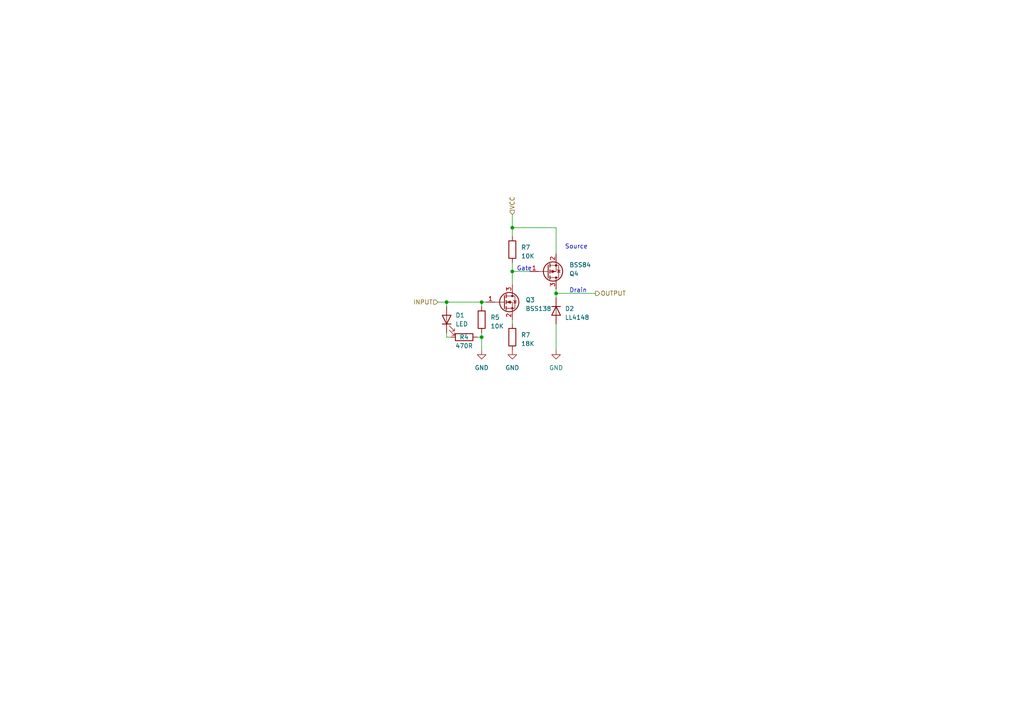
<source format=kicad_sch>
(kicad_sch (version 20230121) (generator eeschema)
  (paper "A4")
  (lib_symbols
    (symbol "Device:LED" (pin_numbers hide) (pin_names (offset 1.016) hide)
      (property "Reference" "D" (at 0 2.54 0))
      (property "Value" "LED" (at 0 -2.54 0))
      (symbol "LED_0_1"
        (polyline (pts (xy -1.27 -1.27) (xy -1.27 1.27)) (stroke (width 0.254)))
        (polyline (pts (xy -1.27 0) (xy 1.27 0)))
        (polyline (pts (xy 1.27 -1.27) (xy 1.27 1.27) (xy -1.27 0) (xy 1.27 -1.27)) (stroke (width 0.254)))
        (polyline (pts (xy -3.048 -0.762) (xy -4.572 -2.286) (xy -3.81 -2.286) (xy -4.572 -2.286) (xy -4.572 -1.524)))
        (polyline (pts (xy -1.778 -0.762) (xy -3.302 -2.286) (xy -2.54 -2.286) (xy -3.302 -2.286) (xy -3.302 -1.524)))
      )
      (symbol "LED_1_1"
        (pin passive line (at -3.81 0 0) (length 2.54) (name "K") (number "1"))
        (pin passive line (at 3.81 0 180) (length 2.54) (name "A") (number "2"))
      )
    )
    (symbol "Device:R" (pin_numbers hide) (pin_names (offset 0))
      (property "Reference" "R" (at 2.032 0 90))
      (property "Value" "R" (at 0 0 90))
      (symbol "R_0_1"
        (rectangle (start -1.016 -2.54) (end 1.016 2.54) (stroke (width 0.254)))
      )
      (symbol "R_1_1"
        (pin passive line (at 0 3.81 270) (length 1.27) (name "~") (number "1"))
        (pin passive line (at 0 -3.81 90) (length 1.27) (name "~") (number "2"))
      )
    )
    (symbol "Diode:1N4148W" (pin_numbers hide) (pin_names hide)
      (property "Reference" "D" (at 0 2.54 0))
      (property "Value" "1N4148W" (at 0 -2.54 0))
      (symbol "1N4148W_0_1"
        (polyline (pts (xy -1.27 1.27) (xy -1.27 -1.27)) (stroke (width 0.254)))
        (polyline (pts (xy 1.27 0) (xy -1.27 0)))
        (polyline (pts (xy 1.27 1.27) (xy 1.27 -1.27) (xy -1.27 0) (xy 1.27 1.27)) (stroke (width 0.254)))
      )
      (symbol "1N4148W_1_1"
        (pin passive line (at -3.81 0 0) (length 2.54) (name "K") (number "1"))
        (pin passive line (at 3.81 0 180) (length 2.54) (name "A") (number "2"))
      )
    )
    (symbol "Transistor_FET:BSS138" (pin_names hide)
      (property "Reference" "Q" (at 5.08 1.905 0))
      (property "Value" "BSS138" (at 5.08 0 0))
      (symbol "BSS138_0_1"
        (polyline (pts (xy 0.254 0) (xy -2.54 0)))
        (polyline (pts (xy 0.254 1.905) (xy 0.254 -1.905)) (stroke (width 0.254)))
        (polyline (pts (xy 0.762 -1.27) (xy 0.762 -2.286)) (stroke (width 0.254)))
        (polyline (pts (xy 0.762 0.508) (xy 0.762 -0.508)) (stroke (width 0.254)))
        (polyline (pts (xy 0.762 2.286) (xy 0.762 1.27)) (stroke (width 0.254)))
        (polyline (pts (xy 2.54 2.54) (xy 2.54 1.778)))
        (polyline (pts (xy 2.54 -2.54) (xy 2.54 0) (xy 0.762 0)))
        (polyline (pts (xy 0.762 -1.778) (xy 3.302 -1.778) (xy 3.302 1.778) (xy 0.762 1.778)))
        (polyline (pts (xy 1.016 0) (xy 2.032 0.381) (xy 2.032 -0.381) (xy 1.016 0)) (fill (type outline)))
        (polyline (pts (xy 2.794 0.508) (xy 2.921 0.381) (xy 3.683 0.381) (xy 3.81 0.254)))
        (polyline (pts (xy 3.302 0.381) (xy 2.921 -0.254) (xy 3.683 -0.254) (xy 3.302 0.381)))
        (circle (center 1.651 0) (radius 2.794) (stroke (width 0.254)))
        (circle (center 2.54 -1.778) (radius 0.254) (fill (type outline)))
        (circle (center 2.54 1.778) (radius 0.254) (fill (type outline)))
      )
      (symbol "BSS138_1_1"
        (pin input line (at -5.08 0 0) (length 2.54) (name "G") (number "1"))
        (pin passive line (at 2.54 -5.08 90) (length 2.54) (name "S") (number "2"))
        (pin passive line (at 2.54 5.08 270) (length 2.54) (name "D") (number "3"))
      )
    )
    (symbol "Transistor_FET:BSS84" (pin_names hide)
      (property "Reference" "Q" (at 5.08 1.905 0))
      (property "Value" "BSS84" (at 5.08 0 0))
      (symbol "BSS84_0_1"
        (polyline (pts (xy 0.254 0) (xy -2.54 0)))
        (polyline (pts (xy 0.254 1.905) (xy 0.254 -1.905)) (stroke (width 0.254)))
        (polyline (pts (xy 0.762 -1.27) (xy 0.762 -2.286)) (stroke (width 0.254)))
        (polyline (pts (xy 0.762 0.508) (xy 0.762 -0.508)) (stroke (width 0.254)))
        (polyline (pts (xy 0.762 2.286) (xy 0.762 1.27)) (stroke (width 0.254)))
        (polyline (pts (xy 2.54 2.54) (xy 2.54 1.778)))
        (polyline (pts (xy 2.54 -2.54) (xy 2.54 0) (xy 0.762 0)))
        (polyline (pts (xy 0.762 1.778) (xy 3.302 1.778) (xy 3.302 -1.778) (xy 0.762 -1.778)))
        (polyline (pts (xy 2.286 0) (xy 1.27 0.381) (xy 1.27 -0.381) (xy 2.286 0)) (fill (type outline)))
        (polyline (pts (xy 2.794 -0.508) (xy 2.921 -0.381) (xy 3.683 -0.381) (xy 3.81 -0.254)))
        (polyline (pts (xy 3.302 -0.381) (xy 2.921 0.254) (xy 3.683 0.254) (xy 3.302 -0.381)))
        (circle (center 1.651 0) (radius 2.794) (stroke (width 0.254)))
        (circle (center 2.54 -1.778) (radius 0.254) (fill (type outline)))
        (circle (center 2.54 1.778) (radius 0.254) (fill (type outline)))
      )
      (symbol "BSS84_1_1"
        (pin input line (at -5.08 0 0) (length 2.54) (name "G") (number "1"))
        (pin passive line (at 2.54 -5.08 90) (length 2.54) (name "S") (number "2"))
        (pin passive line (at 2.54 5.08 270) (length 2.54) (name "D") (number "3"))
      )
    )
    (symbol "power:GND" (power) (pin_names (offset 0))
      (property "Value" "GND" (at 0 -3.81 0))
      (symbol "GND_0_1"
        (polyline (pts (xy 0 0) (xy 0 -1.27) (xy 1.27 -1.27) (xy 0 -2.54) (xy -1.27 -1.27) (xy 0 -1.27)))
      )
      (symbol "GND_1_1"
        (pin power_in line (at 0 0 270) (length 0) hide (name "GND") (number "1"))
      )
    )
  )
  (junction (at 129.54 87.63))
  (junction (at 161.29 85.09))
  (junction (at 148.59 66.04))
  (junction (at 139.7 87.63))
  (junction (at 139.7 97.79))
  (junction (at 148.59 78.74))
  (wire (pts (xy 148.59 78.74) (xy 153.67 78.74)))
  (wire (pts (xy 148.59 66.04) (xy 161.29 66.04)))
  (wire (pts (xy 129.54 87.63) (xy 129.54 88.9)))
  (wire (pts (xy 148.59 66.04) (xy 148.59 68.58)))
  (wire (pts (xy 148.59 76.2) (xy 148.59 78.74)))
  (wire (pts (xy 139.7 87.63) (xy 140.97 87.63)))
  (wire (pts (xy 148.59 82.55) (xy 148.59 78.74)))
  (wire (pts (xy 129.54 96.52) (xy 129.54 97.79)))
  (wire (pts (xy 161.29 66.04) (xy 161.29 73.66)))
  (wire (pts (xy 148.59 62.23) (xy 148.59 66.04)))
  (wire (pts (xy 129.54 87.63) (xy 139.7 87.63)))
  (wire (pts (xy 127 87.63) (xy 129.54 87.63)))
  (wire (pts (xy 138.43 97.79) (xy 139.7 97.79)))
  (wire (pts (xy 148.59 92.71) (xy 148.59 93.98)))
  (wire (pts (xy 129.54 97.79) (xy 130.81 97.79)))
  (wire (pts (xy 161.29 93.98) (xy 161.29 101.6)))
  (wire (pts (xy 161.29 86.36) (xy 161.29 85.09)))
  (wire (pts (xy 161.29 85.09) (xy 161.29 83.82)))
  (wire (pts (xy 139.7 87.63) (xy 139.7 88.9)))
  (wire (pts (xy 139.7 96.52) (xy 139.7 97.79)))
  (wire (pts (xy 139.7 97.79) (xy 139.7 101.6)))
  (wire (pts (xy 161.29 85.09) (xy 172.72 85.09)))
  (text "Source" (at 163.83 72.39 0) (effects (font (size 1.27 1.27)) (justify left bottom)))
  (text "Gate" (at 149.86 78.74 0) (effects (font (size 1.27 1.27)) (justify left bottom)))
  (text "Drain" (at 165.1 85.09 0) (effects (font (size 1.27 1.27)) (justify left bottom)))
  (hierarchical_label "OUTPUT" (shape output) (at 172.72 85.09 0))
  (hierarchical_label "VCC" (shape input) (at 148.59 62.23 90))
  (hierarchical_label "INPUT" (shape input) (at 127 87.63 180))
  (symbol (lib_id "power:GND") (at 148.59 101.6 0) (unit 1)
    (property "Reference" "#PWR010" (effects hide))
    (property "Value" "GND" (at 148.59 106.68 0))
    (instances (project "WemosMosfet" (path "" (reference "#PWR010") (unit 1)) (path "" (reference "#PWR011") (unit 1))))
  )
  (symbol (lib_id "Transistor_FET:BSS138") (at 146.05 87.63 0) (unit 1)
    (property "Reference" "Q3" (at 152.4 86.995 0) (effects (justify left)))
    (property "Value" "BSS138" (at 152.4 89.535 0) (effects (justify left)))
    (property "Footprint" "Package_TO_SOT_SMD:SOT-23" (effects hide))
    (property "Datasheet" "https://www.onsemi.com/pub/Collateral/BSS138-D.PDF" (effects hide))
    (instances (project "WemosMosfet" (path "" (reference "Q3") (unit 1)) (path "" (reference "Q5") (unit 1)) (path "" (reference "Q7") (unit 1))) (project "PanelModular" (path "" (reference "Q3") (unit 1))) (project "EncoderMux" (path "" (reference "Q1") (unit 1))))
  )
  (symbol (lib_id "Transistor_FET:BSS84") (at 158.75 78.74 0) (mirror x) (unit 1)
    (property "Reference" "Q4" (at 165.1 79.375 0) (effects (justify left)))
    (property "Value" "BSS84" (at 165.1 76.835 0) (effects (justify left)))
    (property "Footprint" "Package_TO_SOT_SMD:SOT-23" (effects hide))
    (property "Datasheet" "http://assets.nexperia.com/documents/data-sheet/BSS84.pdf" (effects hide))
    (instances (project "WemosMosfet" (path "" (reference "Q4") (unit 1)) (path "" (reference "Q1") (unit 1)) (path "" (reference "Q2") (unit 1))) (project "EncoderMux" (path "" (reference "Q2") (unit 1))))
  )
  (symbol (lib_id "Device:LED") (at 129.54 92.71 90) (unit 1)
    (property "Reference" "D1" (at 132.08 91.44 90) (effects (justify right)))
    (property "Value" "LED" (at 132.08 93.98 90) (effects (justify right)))
    (property "Footprint" "LED_SMD:LED_1206_3216Metric_Pad1.42x1.75mm_HandSolder" (effects hide))
    (instances (project "WemosMosfet" (path "" (reference "D1") (unit 1)) (path "" (reference "D3") (unit 1)) (path "" (reference "D4") (unit 1))) (project "EncoderMux" (path "" (reference "D1") (unit 1))))
  )
  (symbol (lib_id "power:GND") (at 161.29 101.6 0) (unit 1)
    (property "Reference" "#PWR018" (effects hide))
    (property "Value" "GND" (at 161.29 106.68 0))
    (instances (project "WemosMosfet" (path "" (reference "#PWR018") (unit 1)) (path "" (reference "#PWR019") (unit 1))))
  )
  (symbol (lib_id "Device:R") (at 148.59 97.79 180) (unit 1)
    (property "Reference" "R7" (at 151.13 97.155 0) (effects (justify right)))
    (property "Value" "18K" (at 151.13 99.695 0) (effects (justify right)))
    (property "Footprint" "Resistor_SMD:R_0805_2012Metric_Pad1.20x1.40mm_HandSolder" (effects hide))
    (instances (project "WemosMosfet" (path "" (reference "R7") (unit 1)) (path "" (reference "R1") (unit 1)) (path "" (reference "R2") (unit 1))) (project "PanelModular" (path "" (reference "R6") (unit 1))) (project "EncoderMux" (path "" (reference "R5") (unit 1))))
  )
  (symbol (lib_id "Device:R") (at 148.59 72.39 180) (unit 1)
    (property "Reference" "R7" (at 151.13 71.755 0) (effects (justify right)))
    (property "Value" "10K" (at 151.13 74.295 0) (effects (justify right)))
    (property "Footprint" "Resistor_SMD:R_0805_2012Metric_Pad1.20x1.40mm_HandSolder" (effects hide))
    (instances (project "WemosMosfet" (path "" (reference "R7") (unit 1)) (path "" (reference "R3") (unit 1)) (path "" (reference "R4") (unit 1))) (project "PanelModular" (path "" (reference "R6") (unit 1))) (project "EncoderMux" (path "" (reference "R5") (unit 1))))
  )
  (symbol (lib_id "Device:R") (at 134.62 97.79 270) (unit 1)
    (property "Reference" "R4" (at 134.62 97.79 90))
    (property "Value" "470R" (at 134.62 100.33 90))
    (property "Footprint" "Resistor_SMD:R_0805_2012Metric_Pad1.20x1.40mm_HandSolder" (effects hide))
    (instances (project "WemosMosfet" (path "" (reference "R4") (unit 1)) (path "" (reference "R9") (unit 1)) (path "" (reference "R12") (unit 1))) (project "PanelModular" (path "" (reference "R2") (unit 1))) (project "EncoderMux" (path "" (reference "R1") (unit 1))))
  )
  (symbol (lib_id "Device:R") (at 139.7 92.71 180) (unit 1)
    (property "Reference" "R5" (at 142.24 92.075 0) (effects (justify right)))
    (property "Value" "10K" (at 142.24 94.615 0) (effects (justify right)))
    (property "Footprint" "Resistor_SMD:R_0805_2012Metric_Pad1.20x1.40mm_HandSolder" (effects hide))
    (instances (project "WemosMosfet" (path "" (reference "R5") (unit 1)) (path "" (reference "R10") (unit 1)) (path "" (reference "R13") (unit 1))) (project "PanelModular" (path "" (reference "R6") (unit 1))) (project "EncoderMux" (path "" (reference "R6") (unit 1))))
  )
  (symbol (lib_id "power:GND") (at 139.7 101.6 0) (unit 1)
    (property "Reference" "#PWR015" (effects hide))
    (property "Value" "GND" (at 139.7 106.68 0))
    (instances (project "WemosMosfet" (path "" (reference "#PWR015") (unit 1)) (path "" (reference "#PWR016") (unit 1))))
  )
  (symbol (lib_id "Diode:1N4148W") (at 161.29 90.17 270) (unit 1)
    (property "Reference" "D2" (at 163.83 89.535 90) (effects (justify left)))
    (property "Value" "LL4148" (at 163.83 92.075 90) (effects (justify left)))
    (property "Footprint" "Diode_SMD:D_1206_3216Metric_Pad1.42x1.75mm_HandSolder" (effects hide))
    (property "Datasheet" "https://www.vishay.com/docs/85748/1n4148w.pdf" (effects hide))
    (property "Sim.Device" "D" (effects hide))
    (property "Sim.Pins" "1=K 2=A" (effects hide))
    (instances (project "WemosMosfet" (path "" (reference "D2") (unit 1)) (path "" (reference "D2") (unit 1)) (path "" (reference "D5") (unit 1))))
  )
)
</source>
